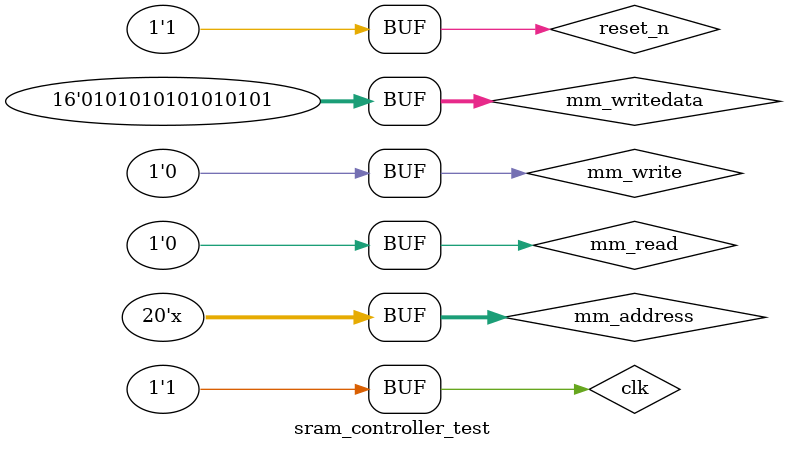
<source format=sv>
`timescale 1ns/100ps

module sram_controller_test;

    logic clk;
    logic reset_n;

    logic [19:0] mm_address;
    logic        mm_read;
    logic [15:0] mm_readdata;
    logic        mm_write;
    logic [15:0] mm_writedata;

    logic [19:0] sram_addr;
    wire  [15:0] sram_dq;
    logic        sram_oe_n;
    logic        sram_we_n;
    logic        sram_ce_n;

    sram_controller u0(
        .clk,
        .reset_n,

        .mm_address,
        .mm_read,
        .mm_readdata,
        .mm_write,
        .mm_writedata,

        .sram_addr,
        .sram_dq,
        .sram_oe_n,
        .sram_we_n,
        .sram_ce_n
    );

    fake_sram u1(
        .addr(sram_addr),
        .dq(sram_dq),
        .ce_n(sram_ce_n),
        .oe_n(sram_oe_n),
        .we_n(sram_we_n)
    );

    initial begin
           clk = 0; reset_n = 0; mm_read = 0; mm_write = 0;
        #5 clk = 1;
        #5 clk = 0; reset_n = 1;
        #5 clk = 1;
        #5 clk = 0; mm_address = 20'h01234; mm_read = 0; mm_write = 1; mm_writedata = 16'haaaa;
        #5 clk = 1;
        #5 clk = 0; mm_address = 20'h01235; mm_read = 0; mm_write = 1; mm_writedata = 16'h5555;
        #5 clk = 1;
        #5 clk = 0; mm_address = 20'h01234; mm_read = 1; mm_write = 0;
        #5 clk = 1;
        #5 clk = 0;
        #5 clk = 1;
        #5 clk = 0; mm_address = 20'h01235; mm_read = 1; mm_write = 0;
        #5 clk = 1;
        #5 clk = 0;
        #5 clk = 1;
        #5 clk = 0; mm_address = 20'hxxxxx; mm_read = 0; mm_write = 0;
        #5 clk = 1;
    end

endmodule

</source>
